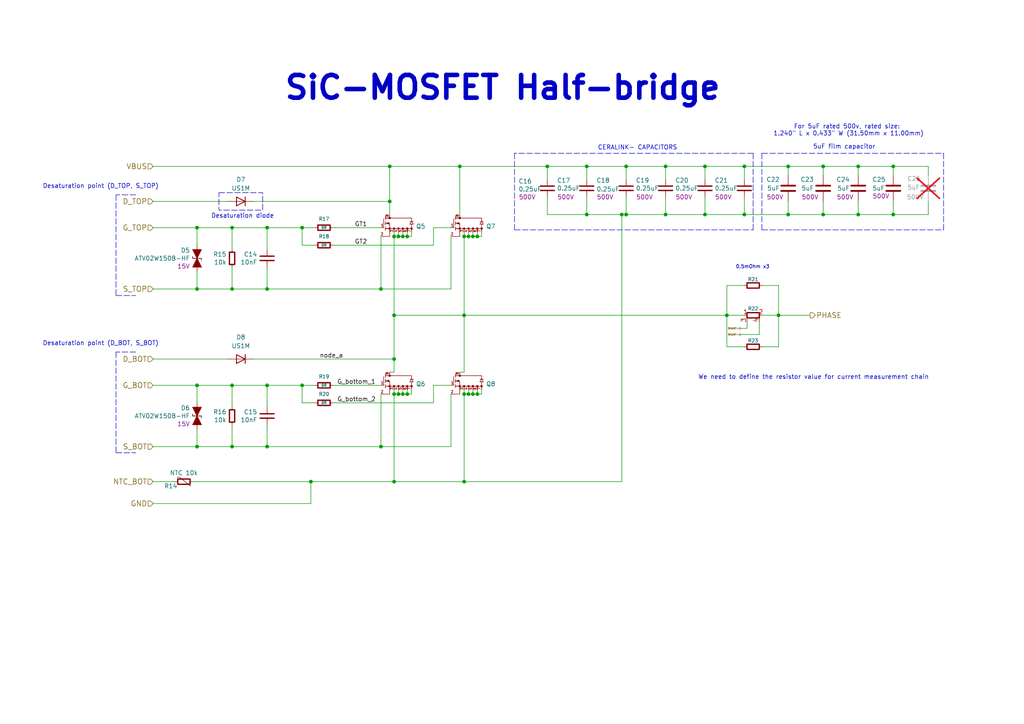
<source format=kicad_sch>
(kicad_sch (version 20250114) (generator "eeschema") (generator_version "9.0")
  (paper "A4")
  (lib_symbols
    (symbol "Device:C" (pin_numbers (hide yes)) (pin_names (offset 0.254))
      (property "Reference" "C" (at 0.635 2.54 0))
      (property "Value" "C" (at 0.635 -2.54 0))
      (symbol "C_0_1"
        (polyline (pts (xy -2.032 0.762) (xy 2.032 0.762)) (stroke (width 0.508)))
        (polyline (pts (xy -2.032 -0.762) (xy 2.032 -0.762)) (stroke (width 0.508)))
      )
      (symbol "C_1_1"
        (pin passive line (at 0 3.81 270) (length 2.794) (name "~") (number "1"))
        (pin passive line (at 0 -3.81 90) (length 2.794) (name "~") (number "2"))
      )
    )
    (symbol "Diode:US1M" (pin_numbers (hide yes)) (pin_names (hide yes))
      (property "Reference" "D" (at 0 2.54 0))
      (property "Value" "US1M" (at 0 -2.54 0))
      (symbol "US1M_0_1"
        (polyline (pts (xy -1.27 1.27) (xy -1.27 -1.27)) (stroke (width 0.254)))
        (polyline (pts (xy 1.27 1.27) (xy 1.27 -1.27) (xy -1.27 0) (xy 1.27 1.27)) (stroke (width 0.254)))
        (polyline (pts (xy 1.27 0) (xy -1.27 0)))
      )
      (symbol "US1M_1_1"
        (pin passive line (at -3.81 0 0) (length 2.54) (name "K") (number "1"))
        (pin passive line (at 3.81 0 180) (length 2.54) (name "A") (number "2"))
      )
    )
    (symbol "SiC_ONSEMI:NTB6014N120M3P"
      (property "Reference" "Q" (at 0.254 4.064 0))
      (property "Value" "NTBG014N120M3P" (at 1.524 -9.906 0))
      (symbol "NTB6014N120M3P_0_0"
        (polyline (pts (xy -3.048 1.27) (xy -3.048 -1.27)))
        (polyline (pts (xy -2.54 1.524) (xy -1.27 1.524) (xy -1.27 2.032)))
        (polyline (pts (xy -2.54 1.016) (xy -2.54 2.032)))
        (polyline (pts (xy -2.54 -0.508) (xy -2.54 0.508)))
        (polyline (pts (xy -2.54 -1.016) (xy -2.54 -2.032)))
        (polyline (pts (xy -2.54 -1.524) (xy -1.27 -1.524)))
        (polyline (pts (xy -2.286 0) (xy -1.524 -0.254) (xy -1.524 0) (xy -1.524 0.254) (xy -2.286 0)) (fill (type outline)))
        (polyline (pts (xy -1.27 -2.032) (xy -1.27 0) (xy -2.54 0)))
        (text "" (at 5.08 -1.27 0) (effects (font (size 1.27 1.27))))
      )
      (symbol "NTB6014N120M3P_0_1"
        (polyline (pts (xy -3.175 -3.81) (xy -1.27 -3.81) (xy -1.27 -1.905)))
        (polyline (pts (xy -2.54 -1.524) (xy -1.27 -1.524)))
        (polyline (pts (xy -1.27 2.032) (xy -1.27 1.524) (xy -2.54 1.524)))
        (circle (center -1.27 1.524) (radius 0.254) (fill (type outline)))
        (polyline (pts (xy -1.27 1.524) (xy -1.27 1.524)))
        (circle (center -1.27 -1.524) (radius 0.254) (fill (type outline)))
        (polyline (pts (xy -1.27 -1.524) (xy 3.81 -1.524) (xy 3.81 -2.286)))
        (polyline (pts (xy 0 1.524) (xy -1.27 1.524)))
        (polyline (pts (xy 0 1.524) (xy 5.08 1.524) (xy 5.08 0.508)) (stroke (width 0.1524)))
        (circle (center 0 -1.524) (radius 0.254) (fill (type outline)))
        (polyline (pts (xy 0 -1.905) (xy 0 -1.524)))
        (circle (center 1.27 -1.524) (radius 0.254) (fill (type outline)))
        (circle (center 2.54 -1.524) (radius 0.254) (fill (type outline)))
        (polyline (pts (xy 2.54 -1.905) (xy 2.54 -1.524)))
        (polyline (pts (xy 3.81 -1.524) (xy 3.81 -1.524)))
        (circle (center 3.81 -1.524) (radius 0.254) (fill (type outline)))
        (polyline (pts (xy 3.81 -1.905) (xy 3.81 -1.524)))
        (polyline (pts (xy 4.572 0.508) (xy 5.588 0.508)) (stroke (width 0.1524)))
        (polyline (pts (xy 4.572 -0.254) (xy 5.588 -0.254) (xy 5.08 0.508) (xy 4.572 -0.254)) (stroke (width 0.1524)))
        (polyline (pts (xy 5.08 -0.254) (xy 5.08 -1.524)) (stroke (width 0.1524)))
        (polyline (pts (xy 5.08 -1.524) (xy 3.81 -1.524)))
        (circle (center 5.08 -1.524) (radius 0.254) (fill (type outline)))
        (polyline (pts (xy 5.08 -2.032) (xy 5.08 -1.524)))
      )
      (symbol "NTB6014N120M3P_1_1"
        (pin passive line (at -3.81 -1.27 0) (length 0.762) (name "") (number "1"))
        (pin passive line (at -3.81 -3.81 0) (length 0.635) (name "") (number "2"))
        (pin passive line (at -1.27 2.54 270) (length 0.635) (name "") (number "8"))
        (pin passive line (at 0 -2.54 90) (length 0.635) (name "") (number "3"))
        (pin passive line (at 1.27 -2.54 90) (length 0.635) (name "") (number "4"))
        (pin passive line (at 2.54 -2.54 90) (length 0.635) (name "") (number "5"))
        (pin passive line (at 3.81 -2.54 90) (length 0.635) (name "") (number "6"))
        (pin passive line (at 5.08 -2.54 90) (length 0.635) (name "") (number "7"))
      )
    )
    (symbol "VISHAY_SHUNT:WSL3921L5000FEA"
      (property "Reference" "R" (at 0 0 0))
      (property "Value" "WSL3921L5000FEA" (at 0.254 0 0))
      (symbol "WSL3921L5000FEA_0_1"
        (rectangle (start -1.778 0.762) (end 1.778 -0.762) (stroke (width 0.381)))
      )
      (symbol "WSL3921L5000FEA_1_1"
        (pin passive line (at -2.54 0 0) (length 0.635) (name "~") (number "1"))
        (pin input line (at -1.778 -2.032 90) (length 1.27) (name "~") (number "3"))
        (pin input line (at 1.778 -2.032 90) (length 1.27) (name "~") (number "4"))
        (pin passive line (at 2.54 0 180) (length 0.635) (name "~") (number "2"))
      )
    )
    (symbol "_passive:R" (pin_numbers (hide yes)) (pin_names (offset 0))
      (property "Reference" "R" (at 2.54 1.27 0))
      (property "Value" "R" (at 2.54 -1.27 0))
      (symbol "R_0_1"
        (rectangle (start -0.762 1.778) (end 0.762 -1.778) (stroke (width 0.381)))
      )
      (symbol "R_1_1"
        (pin passive line (at 0 2.54 270) (length 0.635) (name "~") (number "1"))
        (pin passive line (at 0 -2.54 90) (length 0.635) (name "~") (number "2"))
      )
    )
    (symbol "device:D_TVS_ALT" (pin_numbers (hide yes)) (pin_names (offset 1.016) (hide yes))
      (property "Reference" "D" (at 0 2.54 0))
      (property "Value" "device_D_TVS_ALT" (at 0 -2.54 0))
      (symbol "D_TVS_ALT_0_1"
        (polyline (pts (xy -2.54 -1.27) (xy 0 0) (xy -2.54 1.27) (xy -2.54 -1.27)) (stroke (width 0.2032)) (fill (type outline)))
        (polyline (pts (xy 0.508 1.27) (xy 0 1.27) (xy 0 -1.27) (xy -0.508 -1.27)) (stroke (width 0.2032)))
        (polyline (pts (xy 1.27 0) (xy -1.27 0)))
        (polyline (pts (xy 2.54 1.27) (xy 2.54 -1.27) (xy 0 0) (xy 2.54 1.27)) (stroke (width 0.2032)) (fill (type outline)))
      )
      (symbol "D_TVS_ALT_1_1"
        (pin passive line (at -3.81 0 0) (length 2.54) (name "A1") (number "1"))
        (pin passive line (at 3.81 0 180) (length 2.54) (name "A2") (number "2"))
      )
    )
    (symbol "pasv-cap:C-0603" (pin_numbers (hide yes)) (pin_names (offset 0))
      (property "Reference" "C" (at 7.62 1.27 0))
      (property "Value" "C-0603" (at 7.62 -1.27 0))
      (symbol "C-0603_0_1"
        (polyline (pts (xy -2.032 0.635) (xy 2.032 0.635)) (stroke (width 0.381)))
        (polyline (pts (xy -2.032 -0.635) (xy 2.032 -0.635)) (stroke (width 0.381)))
        (polyline (pts (xy 0 0.635) (xy 0 1.27)))
        (polyline (pts (xy 0 -0.635) (xy 0 -1.016)))
        (polyline (pts (xy 0 -1.27) (xy 0 -1.016)))
      )
      (symbol "C-0603_1_1"
        (pin passive line (at 0 2.54 270) (length 1.27) (name "~") (number "1"))
        (pin passive line (at 0 -2.54 90) (length 1.27) (name "~") (number "2"))
      )
    )
    (symbol "pasv-cap:C-2220" (pin_numbers (hide yes)) (pin_names (offset 0))
      (property "Reference" "C" (at 7.62 1.27 0))
      (property "Value" "C-2220" (at 7.62 -1.27 0))
      (symbol "C-2220_0_1"
        (polyline (pts (xy -2.032 0.635) (xy 2.032 0.635)) (stroke (width 0.381)))
        (polyline (pts (xy -2.032 -0.635) (xy 2.032 -0.635)) (stroke (width 0.381)))
        (polyline (pts (xy 0 0.635) (xy 0 1.27)))
        (polyline (pts (xy 0 -0.635) (xy 0 -1.016)))
        (polyline (pts (xy 0 -1.27) (xy 0 -1.016)))
      )
      (symbol "C-2220_1_1"
        (pin passive line (at 0 2.54 270) (length 1.27) (name "~") (number "1"))
        (pin passive line (at 0 -2.54 90) (length 1.27) (name "~") (number "2"))
      )
    )
    (symbol "pasv-res:R-0603" (pin_numbers (hide yes)) (pin_names (offset 0))
      (property "Reference" "R" (at 6.35 1.27 0))
      (property "Value" "R-0603" (at 6.35 -1.27 0))
      (symbol "R-0603_0_1"
        (rectangle (start -0.762 1.778) (end 0.762 -1.778) (stroke (width 0.381)))
        (polyline (pts (xy 0 1.778) (xy 0 1.905)))
        (polyline (pts (xy 0 -1.778) (xy 0 -2.032)))
      )
      (symbol "R-0603_1_1"
        (pin passive line (at 0 2.54 270) (length 0.635) (name "~") (number "1"))
        (pin passive line (at 0 -2.54 90) (length 0.635) (name "~") (number "2"))
      )
    )
    (symbol "pasv-res:THERM-0603" (pin_numbers (hide yes)) (pin_names (offset 0))
      (property "Reference" "RT" (at 6.35 1.27 0))
      (property "Value" "THERM-0603" (at 6.35 -1.27 0))
      (symbol "THERM-0603_0_1"
        (rectangle (start -0.762 1.778) (end 0.762 -1.778) (stroke (width 0.381)))
        (polyline (pts (xy 0 1.778) (xy 0 1.905)))
        (polyline (pts (xy 0 -1.778) (xy 0 -2.032)))
        (polyline (pts (xy 1.27 1.905) (xy 1.27 1.27) (xy -1.27 -1.905)))
      )
      (symbol "THERM-0603_1_1"
        (pin passive line (at 0 2.54 270) (length 0.635) (name "~") (number "1"))
        (pin passive line (at 0 -2.54 90) (length 0.635) (name "~") (number "2"))
      )
    )
  )
  (rectangle (start 63.5 55.88) (end 76.2 60.96) (stroke (width 0) (type dash)))
  (text "Desaturation point (D_BOT, S_BOT)\n" (at 29.21 99.695 0) (effects (font (size 1.27 1.27))))
  (text "We need to define the resistor value for current measurement chain" (at 235.966 109.474 0) (effects (font (size 1.27 1.27))))
  (text "Desaturation point (D_TOP, S_TOP)\n" (at 29.21 54.102 0) (effects (font (size 1.27 1.27))))
  (text "SiC-MOSFET Half-bridge" (at 82.042 29.464 0) (effects (font (size 6.604 6.604) (thickness 1.3208) (bold yes)) (justify left bottom)))
  (text "For 5uF rated 500v, rated size: \n1.240\" L x 0.433\" W (31.50mm x 11.00mm)" (at 246.126 37.846 0) (effects (font (size 1.27 1.27))))
  (text "Desaturation diode\n" (at 70.358 62.738 0) (effects (font (size 1.27 1.27))))
  (text "5uF film capacitor\n" (at 244.856 42.672 0) (effects (font (size 1.27 1.27))))
  (text "CERALINK- CAPACITORS\n" (at 184.912 42.926 0) (effects (font (size 1.27 1.27))))
  (text "0.5mOhm x3\n" (at 213.36 78.105 0) (effects (font (size 1.016 1.016)) (justify left bottom)))
  (junction (at 115.57 68.58))
  (junction (at 138.43 114.3))
  (junction (at 193.04 62.23))
  (junction (at 170.18 62.23))
  (junction (at 133.35 48.26))
  (junction (at 135.89 68.58))
  (junction (at 228.6 62.23))
  (junction (at 238.76 62.23))
  (junction (at 248.92 62.23))
  (junction (at 113.03 48.26))
  (junction (at 114.3 114.3))
  (junction (at 134.62 139.7))
  (junction (at 114.3 68.58))
  (junction (at 134.62 91.44))
  (junction (at 138.43 68.58))
  (junction (at 67.31 129.54))
  (junction (at 135.89 114.3))
  (junction (at 77.47 66.04))
  (junction (at 215.9 62.23))
  (junction (at 248.92 48.26))
  (junction (at 57.15 66.04))
  (junction (at 90.17 139.7))
  (junction (at 118.11 114.3))
  (junction (at 134.62 114.3))
  (junction (at 77.47 111.76))
  (junction (at 67.31 111.76))
  (junction (at 113.03 58.42))
  (junction (at 57.15 129.54))
  (junction (at 57.15 111.76))
  (junction (at 87.63 111.76))
  (junction (at 158.75 48.26))
  (junction (at 87.63 66.04))
  (junction (at 210.82 91.44))
  (junction (at 170.18 48.26))
  (junction (at 118.11 68.58))
  (junction (at 193.04 48.26))
  (junction (at 114.3 104.14))
  (junction (at 215.9 48.26))
  (junction (at 180.34 62.23))
  (junction (at 114.3 91.44))
  (junction (at 77.47 83.82))
  (junction (at 259.08 62.23))
  (junction (at 137.16 68.58))
  (junction (at 57.15 83.82))
  (junction (at 259.08 48.26))
  (junction (at 181.61 48.26))
  (junction (at 137.16 114.3))
  (junction (at 114.3 139.7))
  (junction (at 238.76 48.26))
  (junction (at 225.806 91.44))
  (junction (at 110.49 129.54))
  (junction (at 67.31 66.04))
  (junction (at 204.47 48.26))
  (junction (at 67.31 83.82))
  (junction (at 110.49 83.82))
  (junction (at 134.62 68.58))
  (junction (at 116.84 68.58))
  (junction (at 115.57 114.3))
  (junction (at 204.47 62.23))
  (junction (at 77.47 129.54))
  (junction (at 181.61 62.23))
  (junction (at 116.84 114.3))
  (junction (at 228.6 48.26))
  (wire (pts (xy 110.49 68.58) (xy 110.49 83.82)))
  (wire (pts (xy 134.62 107.95) (xy 133.35 107.95)))
  (wire (pts (xy 130.81 129.54) (xy 130.81 114.3)))
  (wire (pts (xy 67.31 129.54) (xy 77.47 129.54)))
  (polyline (pts (xy 220.98 66.675) (xy 273.685 66.675)) (stroke (width 0) (type dash)))
  (wire (pts (xy 118.11 114.3) (xy 119.38 114.3)))
  (wire (pts (xy 114.3 67.31) (xy 114.3 68.58)))
  (wire (pts (xy 134.62 139.7) (xy 134.62 114.3)))
  (wire (pts (xy 77.47 129.54) (xy 110.49 129.54)))
  (polyline (pts (xy 218.44 44.45) (xy 149.225 44.45)) (stroke (width 0) (type dash)))
  (wire (pts (xy 110.49 129.54) (xy 130.81 129.54)))
  (wire (pts (xy 248.92 62.23) (xy 259.08 62.23)))
  (wire (pts (xy 204.47 48.26) (xy 215.9 48.26)))
  (wire (pts (xy 67.31 83.82) (xy 77.47 83.82)))
  (wire (pts (xy 113.03 48.26) (xy 113.03 58.42)))
  (wire (pts (xy 44.45 146.05) (xy 90.17 146.05)))
  (wire (pts (xy 137.16 114.3) (xy 138.43 114.3)))
  (wire (pts (xy 138.43 68.58) (xy 139.7 68.58)))
  (wire (pts (xy 158.75 62.23) (xy 170.18 62.23)))
  (polyline (pts (xy 273.685 44.45) (xy 273.685 66.04)) (stroke (width 0) (type dash)))
  (wire (pts (xy 134.62 68.58) (xy 134.62 91.44)))
  (wire (pts (xy 170.18 62.23) (xy 180.34 62.23)))
  (wire (pts (xy 67.31 123.19) (xy 67.31 129.54)))
  (wire (pts (xy 44.45 66.04) (xy 57.15 66.04)))
  (wire (pts (xy 180.34 62.23) (xy 181.61 62.23)))
  (wire (pts (xy 259.08 62.23) (xy 259.08 58.42)))
  (wire (pts (xy 57.15 129.54) (xy 67.31 129.54)))
  (wire (pts (xy 215.9 48.26) (xy 215.9 52.07)))
  (wire (pts (xy 134.62 68.58) (xy 135.89 68.58)))
  (wire (pts (xy 77.47 123.19) (xy 77.47 129.54)))
  (wire (pts (xy 57.15 124.46) (xy 57.15 129.54)))
  (wire (pts (xy 114.3 114.3) (xy 114.3 139.7)))
  (wire (pts (xy 181.61 48.26) (xy 193.04 48.26)))
  (wire (pts (xy 57.15 111.76) (xy 67.31 111.76)))
  (wire (pts (xy 210.82 91.44) (xy 210.82 100.584)))
  (wire (pts (xy 134.62 67.31) (xy 134.62 68.58)))
  (wire (pts (xy 259.08 48.26) (xy 259.08 50.8)))
  (wire (pts (xy 91.44 116.84) (xy 87.63 116.84)))
  (wire (pts (xy 137.16 113.03) (xy 137.16 114.3)))
  (wire (pts (xy 215.9 57.15) (xy 215.9 62.23)))
  (wire (pts (xy 248.92 48.26) (xy 248.92 50.8)))
  (wire (pts (xy 135.89 68.58) (xy 135.89 67.31)))
  (wire (pts (xy 193.04 48.26) (xy 204.47 48.26)))
  (wire (pts (xy 87.63 71.12) (xy 87.63 66.04)))
  (wire (pts (xy 193.04 62.23) (xy 204.47 62.23)))
  (wire (pts (xy 135.89 68.58) (xy 137.16 68.58)))
  (wire (pts (xy 44.45 104.14) (xy 66.04 104.14)))
  (wire (pts (xy 115.57 114.3) (xy 116.84 114.3)))
  (polyline (pts (xy 220.98 44.45) (xy 220.98 66.675)) (stroke (width 0) (type dash)))
  (wire (pts (xy 137.16 68.58) (xy 138.43 68.58)))
  (wire (pts (xy 44.45 48.26) (xy 113.03 48.26)))
  (wire (pts (xy 114.3 68.58) (xy 114.3 91.44)))
  (wire (pts (xy 77.47 111.76) (xy 87.63 111.76)))
  (wire (pts (xy 67.31 111.76) (xy 67.31 118.11)))
  (wire (pts (xy 139.7 114.3) (xy 139.7 113.03)))
  (wire (pts (xy 118.11 113.03) (xy 118.11 114.3)))
  (wire (pts (xy 180.34 62.23) (xy 180.34 139.7)))
  (wire (pts (xy 114.3 113.03) (xy 114.3 114.3)))
  (wire (pts (xy 193.04 57.15) (xy 193.04 62.23)))
  (wire (pts (xy 204.47 48.26) (xy 204.47 52.07)))
  (wire (pts (xy 238.76 48.26) (xy 238.76 50.8)))
  (polyline (pts (xy 39.37 102.108) (xy 33.655 102.108)) (stroke (width 0) (type dash)))
  (wire (pts (xy 115.57 68.58) (xy 115.57 67.31)))
  (wire (pts (xy 119.38 114.3) (xy 119.38 113.03)))
  (wire (pts (xy 139.7 68.58) (xy 139.7 67.31)))
  (wire (pts (xy 125.73 71.12) (xy 125.73 66.04)))
  (wire (pts (xy 216.662 95.25) (xy 216.662 93.472)))
  (wire (pts (xy 134.62 114.3) (xy 135.89 114.3)))
  (polyline (pts (xy 33.655 85.725) (xy 39.37 85.725)) (stroke (width 0) (type dash)))
  (wire (pts (xy 269.24 62.23) (xy 269.24 58.42)))
  (wire (pts (xy 158.75 48.26) (xy 158.75 52.07)))
  (wire (pts (xy 215.9 48.26) (xy 228.6 48.26)))
  (wire (pts (xy 214.884 97.028) (xy 220.218 97.028)))
  (wire (pts (xy 87.63 116.84) (xy 87.63 111.76)))
  (wire (pts (xy 57.15 111.76) (xy 57.15 116.84)))
  (wire (pts (xy 90.17 146.05) (xy 90.17 139.7)))
  (wire (pts (xy 269.24 48.26) (xy 269.24 50.8)))
  (wire (pts (xy 114.3 139.7) (xy 134.62 139.7)))
  (wire (pts (xy 228.6 62.23) (xy 238.76 62.23)))
  (wire (pts (xy 220.98 82.804) (xy 225.806 82.804)))
  (wire (pts (xy 225.806 91.44) (xy 234.95 91.44)))
  (wire (pts (xy 96.52 71.12) (xy 125.73 71.12)))
  (wire (pts (xy 220.98 100.584) (xy 225.806 100.584)))
  (wire (pts (xy 114.3 91.44) (xy 114.3 104.14)))
  (wire (pts (xy 138.43 113.03) (xy 138.43 114.3)))
  (wire (pts (xy 110.49 83.82) (xy 130.81 83.82)))
  (wire (pts (xy 114.3 91.44) (xy 134.62 91.44)))
  (wire (pts (xy 96.52 116.84) (xy 125.73 116.84)))
  (wire (pts (xy 228.6 48.26) (xy 228.6 50.8)))
  (wire (pts (xy 248.92 62.23) (xy 248.92 58.42)))
  (wire (pts (xy 96.52 66.04) (xy 110.49 66.04)))
  (wire (pts (xy 44.45 139.7) (xy 50.8 139.7)))
  (wire (pts (xy 134.62 113.03) (xy 134.62 114.3)))
  (wire (pts (xy 119.38 68.58) (xy 119.38 67.31)))
  (polyline (pts (xy 149.225 44.45) (xy 149.225 66.675)) (stroke (width 0) (type dash)))
  (wire (pts (xy 57.15 83.82) (xy 67.31 83.82)))
  (wire (pts (xy 133.35 62.23) (xy 133.35 48.26)))
  (wire (pts (xy 238.76 62.23) (xy 238.76 58.42)))
  (wire (pts (xy 215.9 62.23) (xy 228.6 62.23)))
  (wire (pts (xy 44.45 129.54) (xy 57.15 129.54)))
  (wire (pts (xy 90.17 139.7) (xy 114.3 139.7)))
  (wire (pts (xy 67.31 77.47) (xy 67.31 83.82)))
  (wire (pts (xy 57.15 66.04) (xy 67.31 66.04)))
  (wire (pts (xy 225.806 82.804) (xy 225.806 91.44)))
  (wire (pts (xy 118.11 68.58) (xy 119.38 68.58)))
  (polyline (pts (xy 33.655 131.318) (xy 39.37 131.318)) (stroke (width 0) (type dash)))
  (wire (pts (xy 134.62 139.7) (xy 180.34 139.7)))
  (wire (pts (xy 77.47 66.04) (xy 77.47 72.39)))
  (wire (pts (xy 116.84 68.58) (xy 116.84 67.31)))
  (wire (pts (xy 118.11 68.58) (xy 118.11 67.31)))
  (wire (pts (xy 158.75 48.26) (xy 170.18 48.26)))
  (wire (pts (xy 204.47 62.23) (xy 215.9 62.23)))
  (wire (pts (xy 138.43 114.3) (xy 139.7 114.3)))
  (wire (pts (xy 55.88 139.7) (xy 90.17 139.7)))
  (wire (pts (xy 138.43 67.31) (xy 138.43 68.58)))
  (wire (pts (xy 114.3 107.95) (xy 113.03 107.95)))
  (wire (pts (xy 134.62 91.44) (xy 210.82 91.44)))
  (wire (pts (xy 170.18 48.26) (xy 181.61 48.26)))
  (wire (pts (xy 228.6 48.26) (xy 238.76 48.26)))
  (wire (pts (xy 259.08 62.23) (xy 269.24 62.23)))
  (wire (pts (xy 170.18 57.15) (xy 170.18 62.23)))
  (wire (pts (xy 57.15 66.04) (xy 57.15 71.12)))
  (wire (pts (xy 130.81 83.82) (xy 130.81 68.58)))
  (wire (pts (xy 91.44 71.12) (xy 87.63 71.12)))
  (polyline (pts (xy 220.98 44.45) (xy 273.685 44.45)) (stroke (width 0) (type dash)))
  (wire (pts (xy 87.63 111.76) (xy 91.44 111.76)))
  (wire (pts (xy 228.6 58.42) (xy 228.6 62.23)))
  (wire (pts (xy 116.84 114.3) (xy 118.11 114.3)))
  (wire (pts (xy 210.82 82.804) (xy 210.82 91.44)))
  (wire (pts (xy 116.84 68.58) (xy 118.11 68.58)))
  (polyline (pts (xy 218.44 44.45) (xy 218.44 66.675)) (stroke (width 0) (type dash)))
  (wire (pts (xy 77.47 77.47) (xy 77.47 83.82)))
  (wire (pts (xy 137.16 67.31) (xy 137.16 68.58)))
  (wire (pts (xy 238.76 62.23) (xy 248.92 62.23)))
  (wire (pts (xy 77.47 83.82) (xy 110.49 83.82)))
  (wire (pts (xy 115.57 68.58) (xy 116.84 68.58)))
  (wire (pts (xy 114.3 114.3) (xy 115.57 114.3)))
  (wire (pts (xy 158.75 57.15) (xy 158.75 62.23)))
  (wire (pts (xy 181.61 57.15) (xy 181.61 62.23)))
  (wire (pts (xy 238.76 48.26) (xy 248.92 48.26)))
  (polyline (pts (xy 273.685 66.675) (xy 273.685 66.04)) (stroke (width 0) (type dash)))
  (wire (pts (xy 67.31 111.76) (xy 77.47 111.76)))
  (wire (pts (xy 134.62 91.44) (xy 134.62 107.95)))
  (wire (pts (xy 125.73 111.76) (xy 130.81 111.76)))
  (wire (pts (xy 181.61 48.26) (xy 181.61 52.07)))
  (wire (pts (xy 87.63 66.04) (xy 91.44 66.04)))
  (polyline (pts (xy 33.655 102.108) (xy 33.655 131.318)) (stroke (width 0) (type dash)))
  (wire (pts (xy 181.61 62.23) (xy 193.04 62.23)))
  (wire (pts (xy 113.03 58.42) (xy 113.03 62.23)))
  (wire (pts (xy 193.04 48.26) (xy 193.04 52.07)))
  (wire (pts (xy 96.52 111.76) (xy 110.49 111.76)))
  (wire (pts (xy 210.82 100.584) (xy 215.9 100.584)))
  (wire (pts (xy 259.08 48.26) (xy 269.24 48.26)))
  (wire (pts (xy 115.57 113.03) (xy 115.57 114.3)))
  (wire (pts (xy 44.45 83.82) (xy 57.15 83.82)))
  (wire (pts (xy 77.47 66.04) (xy 87.63 66.04)))
  (wire (pts (xy 114.3 104.14) (xy 114.3 107.95)))
  (wire (pts (xy 44.45 111.76) (xy 57.15 111.76)))
  (wire (pts (xy 220.98 91.44) (xy 225.806 91.44)))
  (wire (pts (xy 73.66 58.42) (xy 113.03 58.42)))
  (wire (pts (xy 73.66 104.14) (xy 114.3 104.14)))
  (wire (pts (xy 248.92 48.26) (xy 259.08 48.26)))
  (wire (pts (xy 44.45 58.42) (xy 66.04 58.42)))
  (wire (pts (xy 125.73 66.04) (xy 130.81 66.04)))
  (wire (pts (xy 125.73 116.84) (xy 125.73 111.76)))
  (wire (pts (xy 135.89 114.3) (xy 137.16 114.3)))
  (wire (pts (xy 220.218 97.028) (xy 220.218 93.472)))
  (wire (pts (xy 214.884 95.25) (xy 216.662 95.25)))
  (wire (pts (xy 210.82 91.44) (xy 215.9 91.44)))
  (polyline (pts (xy 33.655 56.515) (xy 33.655 85.725)) (stroke (width 0) (type dash)))
  (wire (pts (xy 225.806 100.584) (xy 225.806 91.44)))
  (wire (pts (xy 133.35 48.26) (xy 113.03 48.26)))
  (wire (pts (xy 67.31 66.04) (xy 77.47 66.04)))
  (wire (pts (xy 116.84 113.03) (xy 116.84 114.3)))
  (wire (pts (xy 110.49 114.3) (xy 110.49 129.54)))
  (polyline (pts (xy 149.225 66.675) (xy 218.44 66.675)) (stroke (width 0) (type dash)))
  (wire (pts (xy 77.47 111.76) (xy 77.47 118.11)))
  (wire (pts (xy 114.3 68.58) (xy 115.57 68.58)))
  (wire (pts (xy 210.82 82.804) (xy 215.9 82.804)))
  (wire (pts (xy 57.15 78.74) (xy 57.15 83.82)))
  (wire (pts (xy 204.47 57.15) (xy 204.47 62.23)))
  (wire (pts (xy 133.35 48.26) (xy 158.75 48.26)))
  (wire (pts (xy 135.89 113.03) (xy 135.89 114.3)))
  (polyline (pts (xy 39.37 56.515) (xy 33.655 56.515)) (stroke (width 0) (type dash)))
  (wire (pts (xy 67.31 66.04) (xy 67.31 72.39)))
  (wire (pts (xy 170.18 48.26) (xy 170.18 52.07)))
  (label "GT1" (at 102.87 66.04 0))
  (label "G_bottom_1" (at 97.79 111.76 0))
  (label "GT2" (at 102.87 71.12 0))
  (label "G_bottom_2" (at 97.79 116.84 0))
  (label "node_a" (at 92.71 104.14 0))
  (hierarchical_label "G_BOT" (shape input) (at 44.45 111.76 180) (effects (font (size 1.524 1.524))))
  (hierarchical_label "NTC_BOT" (shape input) (at 44.45 139.7 180) (effects (font (size 1.524 1.524))))
  (hierarchical_label "D_BOT" (shape input) (at 44.45 104.14 180) (effects (font (size 1.524 1.524))))
  (hierarchical_label "G_TOP" (shape input) (at 44.45 66.04 180) (effects (font (size 1.524 1.524))))
  (hierarchical_label "SHUNT+" (shape input) (at 214.884 95.25 180) (effects (font (size 0.5 0.5))))
  (hierarchical_label "D_TOP" (shape input) (at 44.45 58.42 180) (effects (font (size 1.524 1.524))))
  (hierarchical_label "S_BOT" (shape input) (at 44.45 129.54 180) (effects (font (size 1.524 1.524))))
  (hierarchical_label "GND" (shape input) (at 44.45 146.05 180) (effects (font (size 1.524 1.524))))
  (hierarchical_label "S_TOP" (shape input) (at 44.45 83.82 180) (effects (font (size 1.524 1.524))))
  (hierarchical_label "PHASE" (shape output) (at 234.95 91.44 0) (effects (font (size 1.524 1.524))))
  (hierarchical_label "VBUS" (shape input) (at 44.45 48.26 180) (effects (font (size 1.524 1.524))))
  (hierarchical_label "SHUNT-" (shape input) (at 214.884 97.028 180) (effects (font (size 0.5 0.5))))
  (symbol (lib_id "_passive:R") (at 218.44 100.584 90) (unit 1)
    (property "Reference" "R13" (at 218.44 98.806 90) (effects (font (size 1.016 1.016))))
    (property "Value" "500UOhm" (effects (hide yes)))
    (property "Footprint" "paltatech:VISHAY-WSL3921L5000FEA" (effects (hide yes)))
    (property "BOM" "RES SMD 0.5mOhm 1% [2512]" (effects (hide yes)))
    (property "MFR" "Vishay" (effects (hide yes)))
    (property "MPN" "WSLP3921L5000FEA" (effects (hide yes)))
    (property "Power" "9W" (effects (hide yes)))
    (instances (project "Sic_power_stage" (path "" (reference "R23") (unit 1)) (path "" (reference "R13") (unit 1)) (path "" (reference "R33") (unit 1))))
  )
  (symbol (lib_id "Device:C") (at 228.6 54.61 0) (unit 1)
    (property "Reference" "C9" (at 222.25 52.07 0) (effects (justify left)))
    (property "Value" "5uF" (at 222.504 54.61 0) (effects (justify left)))
    (property "Footprint" "Capacitor_THT:C_Rect_L31.5mm_W11.0mm_P27.50mm_MKS4" (effects (hide yes)))
    (property "Datasheet" "~https://media.digikey.com/pdf/Data%20Sheets/TDK%20PDFs/B32714H_B32718H_Series.pdf" (effects (hide yes)))
    (property "Description" "Unpolarized capacitor" (effects (hide yes)))
    (property "BOM" "MKP DC FILTERING - 500VDC, 5UF 1" (effects (hide yes)))
    (property "MFR" "EPCOS - TDK Electronics" (effects (hide yes)))
    (property "MPN" "B32714H5505K000" (effects (hide yes)))
    (property "Voltage" "500V" (at 224.79 57.15 0))
    (instances (project "" (path "" (reference "C22") (unit 1)) (path "" (reference "C9") (unit 1)) (path "" (reference "C35") (unit 1))))
  )
  (symbol (lib_id "Diode:US1M") (at 69.85 58.42 180) (unit 1)
    (property "Reference" "D3" (at 69.85 52.07 0))
    (property "Value" "US1M" (at 69.85 54.61 0))
    (property "Footprint" "Diode_SMD:D_SMA" (effects (hide yes)))
    (property "Datasheet" "https://www.diodes.com/assets/Datasheets/ds16008.pdf" (effects (hide yes)))
    (property "Description" "1000V, 1A, General Purpose Rectifier Diode, SMA(DO-214AC)" (effects (hide yes)))
    (property "Sim.Device" "D" (effects (hide yes)))
    (property "Sim.Pins" "1=K 2=A" (effects (hide yes)))
    (instances (project "" (path "" (reference "D7") (unit 1)) (path "" (reference "D3") (unit 1)) (path "" (reference "D11") (unit 1))))
  )
  (symbol (lib_id "pasv-res:THERM-0603") (at 53.34 139.7 90) (unit 1)
    (property "Reference" "R4" (at 49.53 140.97 90))
    (property "Value" "NTC 10k" (at 53.34 137.16 90))
    (property "Footprint" "IPC7351-Nominal:RESC1608X50" (effects (hide yes)))
    (property "MPN" "NCU18XH103F60RB" (effects (hide yes)))
    (property "BOM" "NTC SMD 10k 1% [0603]" (effects (hide yes)))
    (property "MFR" "Murata" (effects (hide yes)))
    (instances (project "Sic_power_stage" (path "" (reference "R14") (unit 1)) (path "" (reference "R4") (unit 1)) (path "" (reference "R24") (unit 1))))
  )
  (symbol (lib_id "pasv-cap:C-2220") (at 215.9 54.61 0) (unit 1)
    (property "Reference" "C8" (at 207.264 52.324 0) (effects (justify left)))
    (property "Value" "0.25uF" (at 207.264 54.61 0) (effects (justify left)))
    (property "Footprint" "IPC7351-Nominal:CAPC5750X279" (effects (hide yes)))
    (property "Datasheet" "https://www.tdk-electronics.tdk.com/inf/20/10/ds/b58043_smd.pdf" (effects (hide yes)))
    (property "Description" "Chip capacitor, EIA 2220, metric 5750" (effects (hide yes)))
    (property "BOM" "CERALINK SMD 2220 - 500 V" (effects (hide yes)))
    (property "MFR" "EPCOS - TDK Electronics" (effects (hide yes)))
    (property "MPN" "B58043I5254M052" (effects (hide yes)))
    (property "Voltage" "500V" (at 209.804 57.15 0))
    (instances (project "" (path "" (reference "C21") (unit 1)) (path "" (reference "C8") (unit 1)) (path "" (reference "C34") (unit 1))))
  )
  (symbol (lib_id "device:D_TVS_ALT") (at 57.15 120.65 270) (unit 1)
    (property "Reference" "D2" (at 55.118 118.3386 90) (effects (justify right)))
    (property "Value" "ATV02W150B-HF" (at 55.118 120.65 90) (effects (justify right)))
    (property "Footprint" "smd-semi:SOD-123F" (effects (hide yes)))
    (property "MPN" "ATV02W150B-HF" (effects (hide yes)))
    (property "MFR" "Comchip" (effects (hide yes)))
    (property "Voltage" "15V" (at 55.118 122.9614 90) (effects (justify right)))
    (property "BOM" "TVS DIODE 15VWM 24.4VC SOD123F" (effects (hide yes)))
    (instances (project "Sic_power_stage" (path "" (reference "D6") (unit 1)) (path "" (reference "D2") (unit 1)) (path "" (reference "D10") (unit 1))))
  )
  (symbol (lib_id "pasv-res:R-0603") (at 93.98 71.12 90) (mirror x) (unit 1)
    (property "Reference" "R8" (at 93.98 68.58 90) (effects (font (size 1.016 1.016))))
    (property "Value" "0R" (at 93.98 71.12 90) (effects (font (size 0.762 0.762))))
    (property "Footprint" "IPC7351-Nominal:RESC1608X50" (effects (hide yes)))
    (property "MFR" "Stackpole" (effects (hide yes)))
    (property "MPN" "RMCF0603ZT0R00" (effects (hide yes)))
    (property "BOM" "RES 0 OHM JUMPER 1/10W 0603" (effects (hide yes)))
    (property "Power" "100mW" (effects (hide yes)))
    (instances (project "Sic_power_stage" (path "" (reference "R18") (unit 1)) (path "" (reference "R8") (unit 1)) (path "" (reference "R28") (unit 1))))
  )
  (symbol (lib_id "pasv-cap:C-2220") (at 170.18 54.61 0) (unit 1)
    (property "Reference" "C4" (at 161.544 52.324 0) (effects (justify left)))
    (property "Value" "0.25uF" (at 161.544 54.61 0) (effects (justify left)))
    (property "Footprint" "IPC7351-Nominal:CAPC5750X279" (effects (hide yes)))
    (property "Datasheet" "https://www.tdk-electronics.tdk.com/inf/20/10/ds/b58043_smd.pdf" (effects (hide yes)))
    (property "Description" "Chip capacitor, EIA 2220, metric 5750" (effects (hide yes)))
    (property "BOM" "CERALINK SMD 2220 - 500 V" (effects (hide yes)))
    (property "MFR" "EPCOS - TDK Electronics" (effects (hide yes)))
    (property "MPN" "B58043I5254M052" (effects (hide yes)))
    (property "Voltage" "500V" (at 164.084 57.15 0))
    (instances (project "Sic_power_stage" (path "" (reference "C17") (unit 1)) (path "" (reference "C4") (unit 1)) (path "" (reference "C30") (unit 1))))
  )
  (symbol (lib_id "pasv-res:R-0603") (at 93.98 116.84 90) (mirror x) (unit 1)
    (property "Reference" "R10" (at 93.98 114.3 90) (effects (font (size 1.016 1.016))))
    (property "Value" "0R" (at 93.98 116.84 90) (effects (font (size 0.762 0.762))))
    (property "Footprint" "IPC7351-Nominal:RESC1608X50" (effects (hide yes)))
    (property "MFR" "Stackpole" (effects (hide yes)))
    (property "MPN" "RMCF0603ZT0R00" (effects (hide yes)))
    (property "BOM" "RES 0 OHM JUMPER 1/10W 0603" (effects (hide yes)))
    (property "Power" "100mW" (effects (hide yes)))
    (instances (project "Sic_power_stage" (path "" (reference "R20") (unit 1)) (path "" (reference "R10") (unit 1)) (path "" (reference "R30") (unit 1))))
  )
  (symbol (lib_id "SiC_ONSEMI:NTB6014N120M3P") (at 114.3 110.49 0) (unit 1)
    (property "Reference" "Q2" (at 120.65 111.3789 0) (effects (justify left)))
    (property "Value" "NTBG014N120M3P" (effects (hide yes)))
    (property "Footprint" "Package_TO_SOT_SMD:TO-263-7_TabPin8" (effects (hide yes)))
    (property "BOM" "D2PAK7(TO-263-7L-HV) Silicon Carbide Field Effect Transistor (MOSFET) ROHS" (effects (hide yes)))
    (property "LCSC Part #" "C5209029" (effects (hide yes)))
    (property "MFR" "onsemi" (effects (hide yes)))
    (property "MPN" "NTBG014N120M3P" (effects (hide yes)))
    (instances (project "Sic_power_stage" (path "" (reference "Q6") (unit 1)) (path "" (reference "Q2") (unit 1)) (path "" (reference "Q10") (unit 1))))
  )
  (symbol (lib_id "pasv-res:R-0603") (at 93.98 66.04 90) (mirror x) (unit 1)
    (property "Reference" "R7" (at 93.98 63.5 90) (effects (font (size 1.016 1.016))))
    (property "Value" "0R" (at 93.98 66.04 90) (effects (font (size 0.762 0.762))))
    (property "Footprint" "IPC7351-Nominal:RESC1608X50" (effects (hide yes)))
    (property "MFR" "Stackpole" (effects (hide yes)))
    (property "MPN" "RMCF0603ZT0R00" (effects (hide yes)))
    (property "BOM" "RES 0 OHM JUMPER 1/10W 0603" (effects (hide yes)))
    (property "Power" "100mW" (effects (hide yes)))
    (instances (project "Sic_power_stage" (path "" (reference "R17") (unit 1)) (path "" (reference "R7") (unit 1)) (path "" (reference "R27") (unit 1))))
  )
  (symbol (lib_id "Device:C") (at 259.08 54.61 0) (unit 1)
    (property "Reference" "C12" (at 252.984 52.07 0) (effects (justify left)))
    (property "Value" "5uF" (at 252.984 54.61 0) (effects (justify left)))
    (property "Footprint" "Capacitor_THT:C_Rect_L31.5mm_W11.0mm_P27.50mm_MKS4" (effects (hide yes)))
    (property "Datasheet" "~https://media.digikey.com/pdf/Data%20Sheets/TDK%20PDFs/B32714H_B32718H_Series.pdf" (effects (hide yes)))
    (property "Description" "Unpolarized capacitor" (effects (hide yes)))
    (property "BOM" "MKP DC FILTERING - 500VDC, 5UF 1" (effects (hide yes)))
    (property "MFR" "EPCOS - TDK Electronics" (effects (hide yes)))
    (property "MPN" "B32714H5505K000" (effects (hide yes)))
    (property "Voltage" "500V" (at 255.524 56.896 0))
    (instances (project "Sic_power_stage" (path "" (reference "C25") (unit 1)) (path "" (reference "C12") (unit 1)) (path "" (reference "C38") (unit 1))))
  )
  (symbol (lib_id "pasv-cap:C-2220") (at 181.61 54.61 0) (unit 1)
    (property "Reference" "C5" (at 172.974 52.324 0) (effects (justify left)))
    (property "Value" "0.25uF" (at 172.974 54.864 0) (effects (justify left)))
    (property "Footprint" "IPC7351-Nominal:CAPC5750X279" (effects (hide yes)))
    (property "Datasheet" "https://www.tdk-electronics.tdk.com/inf/20/10/ds/b58043_smd.pdf" (effects (hide yes)))
    (property "Description" "Chip capacitor, EIA 2220, metric 5750" (effects (hide yes)))
    (property "BOM" "CERALINK SMD 2220 - 500 V" (effects (hide yes)))
    (property "MFR" "EPCOS - TDK Electronics" (effects (hide yes)))
    (property "MPN" "B58043I5254M052" (effects (hide yes)))
    (property "Voltage" "500V" (at 175.514 57.15 0))
    (instances (project "Sic_power_stage" (path "" (reference "C18") (unit 1)) (path "" (reference "C5") (unit 1)) (path "" (reference "C31") (unit 1))))
  )
  (symbol (lib_id "Device:C") (at 269.24 54.61 0) (unit 1) (dnp yes)
    (property "Reference" "C13" (at 263.144 51.816 0) (effects (justify left)))
    (property "Value" "5uF" (at 263.144 54.356 0) (effects (justify left)))
    (property "Footprint" "Capacitor_THT:C_Rect_L18.0mm_W9.0mm_P15.00mm_FKS3_FKP3" (effects (hide yes)))
    (property "Datasheet" "~https://media.digikey.com/pdf/Data%20Sheets/TDK%20PDFs/B32714H_B32718H_Series.pdf" (effects (hide yes)))
    (property "Description" "Unpolarized capacitor" (effects (hide yes)))
    (property "BOM" "MKP DC FILTERING - 500VDC, 5UF 1" (effects (hide yes)))
    (property "MFR" "EPCOS - TDK Electronics" (effects (hide yes)))
    (property "MPN" "B32714H5505K000" (effects (hide yes)))
    (property "Voltage" "500V" (at 265.43 57.15 0))
    (instances (project "Sic_power_stage" (path "" (reference "C26") (unit 1)) (path "" (reference "C13") (unit 1)) (path "" (reference "C39") (unit 1))))
  )
  (symbol (lib_id "VISHAY_SHUNT:WSL3921L5000FEA") (at 218.44 91.44 0) (unit 1)
    (property "Reference" "R12" (at 218.44 89.5099 0) (effects (font (size 1 1))))
    (property "Value" "500UOhm" (effects (hide yes)))
    (property "Footprint" "VISHAY:WSL3921L5000FEA" (effects (hide yes)))
    (property "BOM" "RES SMD 0.5mOhm 1% [2512]" (effects (hide yes)))
    (property "MFR" "Vishay" (effects (hide yes)))
    (property "MPN" "WSLP3921L5000FEA" (effects (hide yes)))
    (property "Power" "9W" (effects (hide yes)))
    (instances (project "Sic_power_stage" (path "" (reference "R22") (unit 1)) (path "" (reference "R12") (unit 1)) (path "" (reference "R32") (unit 1))))
  )
  (symbol (lib_id "pasv-cap:C-0603") (at 77.47 120.65 0) (unit 1)
    (property "Reference" "C2" (at 74.6252 119.4816 0) (effects (justify right)))
    (property "Value" "10nF" (at 74.6252 121.793 0) (effects (justify right)))
    (property "Footprint" "IPC7351-Nominal:CAPC1608X55" (effects (hide yes)))
    (property "BOM" "CAP CER 10000PF 50V X7R 0603" (effects (hide yes)))
    (property "MPN" "C1608X7R1H103K080AA" (effects (hide yes)))
    (property "MFR" "TDK" (effects (hide yes)))
    (property "Voltage" "50V" (effects (hide yes)))
    (instances (project "Sic_power_stage" (path "" (reference "C15") (unit 1)) (path "" (reference "C2") (unit 1)) (path "" (reference "C28") (unit 1))))
  )
  (symbol (lib_id "Device:C") (at 248.92 54.61 0) (unit 1)
    (property "Reference" "C11" (at 242.57 52.07 0) (effects (justify left)))
    (property "Value" "5uF" (at 242.824 54.61 0) (effects (justify left)))
    (property "Footprint" "Capacitor_THT:C_Rect_L31.5mm_W11.0mm_P27.50mm_MKS4" (effects (hide yes)))
    (property "Datasheet" "~https://media.digikey.com/pdf/Data%20Sheets/TDK%20PDFs/B32714H_B32718H_Series.pdf" (effects (hide yes)))
    (property "Description" "Unpolarized capacitor" (effects (hide yes)))
    (property "BOM" "MKP DC FILTERING - 500VDC, 5UF 1" (effects (hide yes)))
    (property "MFR" "EPCOS - TDK Electronics" (effects (hide yes)))
    (property "MPN" "B32714H5505K000" (effects (hide yes)))
    (property "Voltage" "500V" (at 245.11 57.15 0))
    (instances (project "Sic_power_stage" (path "" (reference "C24") (unit 1)) (path "" (reference "C11") (unit 1)) (path "" (reference "C37") (unit 1))))
  )
  (symbol (lib_id "SiC_ONSEMI:NTB6014N120M3P") (at 134.62 110.49 0) (unit 1)
    (property "Reference" "Q4" (at 140.97 111.3789 0) (effects (justify left)))
    (property "Value" "NTBG014N120M3P" (effects (hide yes)))
    (property "Footprint" "Package_TO_SOT_SMD:TO-263-7_TabPin8" (effects (hide yes)))
    (property "BOM" "D2PAK7(TO-263-7L-HV) Silicon Carbide Field Effect Transistor (MOSFET) ROHS" (effects (hide yes)))
    (property "LCSC Part #" "C5209029" (effects (hide yes)))
    (property "MFR" "onsemi" (effects (hide yes)))
    (property "MPN" "NTBG014N120M3P" (effects (hide yes)))
    (instances (project "Sic_power_stage" (path "" (reference "Q8") (unit 1)) (path "" (reference "Q4") (unit 1)) (path "" (reference "Q12") (unit 1))))
  )
  (symbol (lib_id "pasv-cap:C-2220") (at 193.04 54.61 0) (unit 1)
    (property "Reference" "C6" (at 184.404 52.324 0) (effects (justify left)))
    (property "Value" "0.25uF" (at 184.404 54.61 0) (effects (justify left)))
    (property "Footprint" "IPC7351-Nominal:CAPC5750X279" (effects (hide yes)))
    (property "Datasheet" "https://www.tdk-electronics.tdk.com/inf/20/10/ds/b58043_smd.pdf" (effects (hide yes)))
    (property "Description" "Chip capacitor, EIA 2220, metric 5750" (effects (hide yes)))
    (property "BOM" "CERALINK SMD 2220 - 500 V" (effects (hide yes)))
    (property "MFR" "EPCOS - TDK Electronics" (effects (hide yes)))
    (property "MPN" "B58043I5254M052" (effects (hide yes)))
    (property "Voltage" "500V" (at 186.944 57.15 0))
    (instances (project "Sic_power_stage" (path "" (reference "C19") (unit 1)) (path "" (reference "C6") (unit 1)) (path "" (reference "C32") (unit 1))))
  )
  (symbol (lib_id "pasv-cap:C-2220") (at 204.47 54.61 0) (unit 1)
    (property "Reference" "C7" (at 195.834 52.324 0) (effects (justify left)))
    (property "Value" "0.25uF" (at 195.834 54.61 0) (effects (justify left)))
    (property "Footprint" "IPC7351-Nominal:CAPC5750X279" (effects (hide yes)))
    (property "Datasheet" "https://www.tdk-electronics.tdk.com/inf/20/10/ds/b58043_smd.pdf" (effects (hide yes)))
    (property "Description" "Chip capacitor, EIA 2220, metric 5750" (effects (hide yes)))
    (property "BOM" "CERALINK SMD 2220 - 500 V" (effects (hide yes)))
    (property "MFR" "EPCOS - TDK Electronics" (effects (hide yes)))
    (property "MPN" "B58043I5254M052" (effects (hide yes)))
    (property "Voltage" "500V" (at 198.374 57.15 0))
    (instances (project "Sic_power_stage" (path "" (reference "C20") (unit 1)) (path "" (reference "C7") (unit 1)) (path "" (reference "C33") (unit 1))))
  )
  (symbol (lib_id "Diode:US1M") (at 69.85 104.14 180) (unit 1)
    (property "Reference" "D4" (at 69.85 97.79 0))
    (property "Value" "US1M" (at 69.85 100.33 0))
    (property "Footprint" "Diode_SMD:D_SMA" (effects (hide yes)))
    (property "Datasheet" "https://www.diodes.com/assets/Datasheets/ds16008.pdf" (effects (hide yes)))
    (property "Description" "1000V, 1A, General Purpose Rectifier Diode, SMA(DO-214AC)" (effects (hide yes)))
    (property "Sim.Device" "D" (effects (hide yes)))
    (property "Sim.Pins" "1=K 2=A" (effects (hide yes)))
    (instances (project "Sic_power_stage" (path "" (reference "D8") (unit 1)) (path "" (reference "D4") (unit 1)) (path "" (reference "D12") (unit 1))))
  )
  (symbol (lib_id "pasv-res:R-0603") (at 67.31 74.93 0) (mirror y) (unit 1)
    (property "Reference" "R5" (at 65.7098 73.7616 0) (effects (justify left)))
    (property "Value" "10k" (at 65.7098 76.073 0) (effects (justify left)))
    (property "Footprint" "IPC7351-Nominal:RESC1608X50" (effects (hide yes)))
    (property "MFR" "Vishay" (effects (hide yes)))
    (property "MPN" "AC0603FR-0710KL" (effects (hide yes)))
    (property "BOM" "RES SMD 10k 1% [0603]" (effects (hide yes)))
    (property "Power" "100mW" (effects (hide yes)))
    (instances (project "Sic_power_stage" (path "" (reference "R15") (unit 1)) (path "" (reference "R5") (unit 1)) (path "" (reference "R25") (unit 1))))
  )
  (symbol (lib_id "_passive:R") (at 218.44 82.804 90) (unit 1)
    (property "Reference" "R11" (at 218.44 81.026 90) (effects (font (size 1.016 1.016))))
    (property "Value" "500UOhm" (effects (hide yes)))
    (property "Footprint" "paltatech:VISHAY-WSL3921L5000FEA" (effects (hide yes)))
    (property "BOM" "RES SMD 0.5mOhm 1% [2512]" (effects (hide yes)))
    (property "MFR" "Vishay" (effects (hide yes)))
    (property "MPN" "WSLP3921L5000FEA" (effects (hide yes)))
    (property "Power" "9W" (effects (hide yes)))
    (instances (project "Sic_power_stage" (path "" (reference "R21") (unit 1)) (path "" (reference "R11") (unit 1)) (path "" (reference "R31") (unit 1))))
  )
  (symbol (lib_id "Device:C") (at 238.76 54.61 0) (unit 1)
    (property "Reference" "C10" (at 232.156 52.07 0) (effects (justify left)))
    (property "Value" "5uF" (at 232.41 54.61 0) (effects (justify left)))
    (property "Footprint" "Capacitor_THT:C_Rect_L31.5mm_W11.0mm_P27.50mm_MKS4" (effects (hide yes)))
    (property "Datasheet" "~https://media.digikey.com/pdf/Data%20Sheets/TDK%20PDFs/B32714H_B32718H_Series.pdf" (effects (hide yes)))
    (property "Description" "Unpolarized capacitor" (effects (hide yes)))
    (property "BOM" "MKP DC FILTERING - 500VDC, 5UF 1" (effects (hide yes)))
    (property "MFR" "EPCOS - TDK Electronics" (effects (hide yes)))
    (property "MPN" "B32714H5505K000" (effects (hide yes)))
    (property "Voltage" "500V" (at 234.95 57.15 0))
    (instances (project "Sic_power_stage" (path "" (reference "C23") (unit 1)) (path "" (reference "C10") (unit 1)) (path "" (reference "C36") (unit 1))))
  )
  (symbol (lib_id "pasv-res:R-0603") (at 67.31 120.65 0) (mirror y) (unit 1)
    (property "Reference" "R6" (at 65.7098 119.4816 0) (effects (justify left)))
    (property "Value" "10k" (at 65.7098 121.793 0) (effects (justify left)))
    (property "Footprint" "IPC7351-Nominal:RESC1608X50" (effects (hide yes)))
    (property "MFR" "Vishay" (effects (hide yes)))
    (property "MPN" "AC0603FR-0710KL" (effects (hide yes)))
    (property "BOM" "RES SMD 10k 1% [0603]" (effects (hide yes)))
    (property "Power" "100mW" (effects (hide yes)))
    (instances (project "Sic_power_stage" (path "" (reference "R16") (unit 1)) (path "" (reference "R6") (unit 1)) (path "" (reference "R26") (unit 1))))
  )
  (symbol (lib_id "pasv-res:R-0603") (at 93.98 111.76 90) (mirror x) (unit 1)
    (property "Reference" "R9" (at 93.98 109.22 90) (effects (font (size 1.016 1.016))))
    (property "Value" "0R" (at 93.98 111.76 90) (effects (font (size 0.762 0.762))))
    (property "Footprint" "IPC7351-Nominal:RESC1608X50" (effects (hide yes)))
    (property "MFR" "Stackpole" (effects (hide yes)))
    (property "MPN" "RMCF0603ZT0R00" (effects (hide yes)))
    (property "BOM" "RES 0 OHM JUMPER 1/10W 0603" (effects (hide yes)))
    (property "Power" "100mW" (effects (hide yes)))
    (instances (project "Sic_power_stage" (path "" (reference "R19") (unit 1)) (path "" (reference "R9") (unit 1)) (path "" (reference "R29") (unit 1))))
  )
  (symbol (lib_id "pasv-cap:C-2220") (at 158.75 54.61 0) (unit 1)
    (property "Reference" "C3" (at 150.368 52.578 0) (effects (justify left)))
    (property "Value" "0.25uF" (at 150.368 54.864 0) (effects (justify left)))
    (property "Footprint" "IPC7351-Nominal:CAPC5750X279" (effects (hide yes)))
    (property "Datasheet" "https://www.tdk-electronics.tdk.com/inf/20/10/ds/b58043_smd.pdf" (effects (hide yes)))
    (property "Description" "Chip capacitor, EIA 2220, metric 5750" (effects (hide yes)))
    (property "BOM" "CERALINK SMD 2220 - 500 V" (effects (hide yes)))
    (property "MFR" "EPCOS - TDK Electronics" (effects (hide yes)))
    (property "MPN" "B58043I5254M052" (effects (hide yes)))
    (property "Volatage" "500V" (at 152.908 57.15 0))
    (instances (project "Sic_power_stage" (path "" (reference "C16") (unit 1)) (path "" (reference "C3") (unit 1)) (path "" (reference "C29") (unit 1))))
  )
  (symbol (lib_id "pasv-cap:C-0603") (at 77.47 74.93 0) (unit 1)
    (property "Reference" "C1" (at 74.6252 73.7616 0) (effects (justify right)))
    (property "Value" "10nF" (at 74.6252 76.073 0) (effects (justify right)))
    (property "Footprint" "IPC7351-Nominal:CAPC1608X55" (effects (hide yes)))
    (property "BOM" "CAP CER 10000PF 50V X7R 0603" (effects (hide yes)))
    (property "MPN" "C1608X7R1H103K080AA" (effects (hide yes)))
    (property "MFR" "TDK" (effects (hide yes)))
    (property "Voltage" "50V" (effects (hide yes)))
    (instances (project "Sic_power_stage" (path "" (reference "C14") (unit 1)) (path "" (reference "C1") (unit 1)) (path "" (reference "C27") (unit 1))))
  )
  (symbol (lib_id "device:D_TVS_ALT") (at 57.15 74.93 270) (unit 1)
    (property "Reference" "D1" (at 55.118 72.6186 90) (effects (justify right)))
    (property "Value" "ATV02W150B-HF" (at 55.118 74.93 90) (effects (justify right)))
    (property "Footprint" "smd-semi:SOD-123F" (effects (hide yes)))
    (property "MPN" "ATV02W150B-HF" (effects (hide yes)))
    (property "MFR" "Comchip" (effects (hide yes)))
    (property "Voltage" "15V" (at 55.118 77.2414 90) (effects (justify right)))
    (property "BOM" "TVS DIODE 15VWM 24.4VC SOD123F" (effects (hide yes)))
    (instances (project "Sic_power_stage" (path "" (reference "D5") (unit 1)) (path "" (reference "D1") (unit 1)) (path "" (reference "D9") (unit 1))))
  )
  (symbol (lib_id "SiC_ONSEMI:NTB6014N120M3P") (at 134.62 64.77 0) (unit 1)
    (property "Reference" "Q3" (at 140.97 65.6589 0) (effects (justify left)))
    (property "Value" "NTBG014N120M3P" (effects (hide yes)))
    (property "Footprint" "Package_TO_SOT_SMD:TO-263-7_TabPin8" (effects (hide yes)))
    (property "BOM" "D2PAK7(TO-263-7L-HV) Silicon Carbide Field Effect Transistor (MOSFET) ROHS" (effects (hide yes)))
    (property "LCSC Part #" "C5209029" (effects (hide yes)))
    (property "MFR" "onsemi" (effects (hide yes)))
    (property "MPN" "NTBG014N120M3P" (effects (hide yes)))
    (instances (project "Sic_power_stage" (path "" (reference "Q7") (unit 1)) (path "" (reference "Q3") (unit 1)) (path "" (reference "Q11") (unit 1))))
  )
  (symbol (lib_id "SiC_ONSEMI:NTB6014N120M3P") (at 114.3 64.77 0) (unit 1)
    (property "Reference" "Q1" (at 120.65 65.6589 0) (effects (justify left)))
    (property "Value" "NTBG014N120M3P" (effects (hide yes)))
    (property "Footprint" "Package_TO_SOT_SMD:TO-263-7_TabPin8" (effects (hide yes)))
    (property "BOM" "D2PAK7(TO-263-7L-HV) Silicon Carbide Field Effect Transistor (MOSFET) ROHS" (effects (hide yes)))
    (property "MPN" "NTBG014N120M3P" (effects (hide yes)))
    (property "MFR" "onsemi" (effects (hide yes)))
    (property "LCSC Part #" "C5209029" (effects (hide yes)))
    (instances (project "Sic_power_stage" (path "" (reference "Q5") (unit 1)) (path "" (reference "Q1") (unit 1)) (path "" (reference "Q9") (unit 1))))
  )
)
</source>
